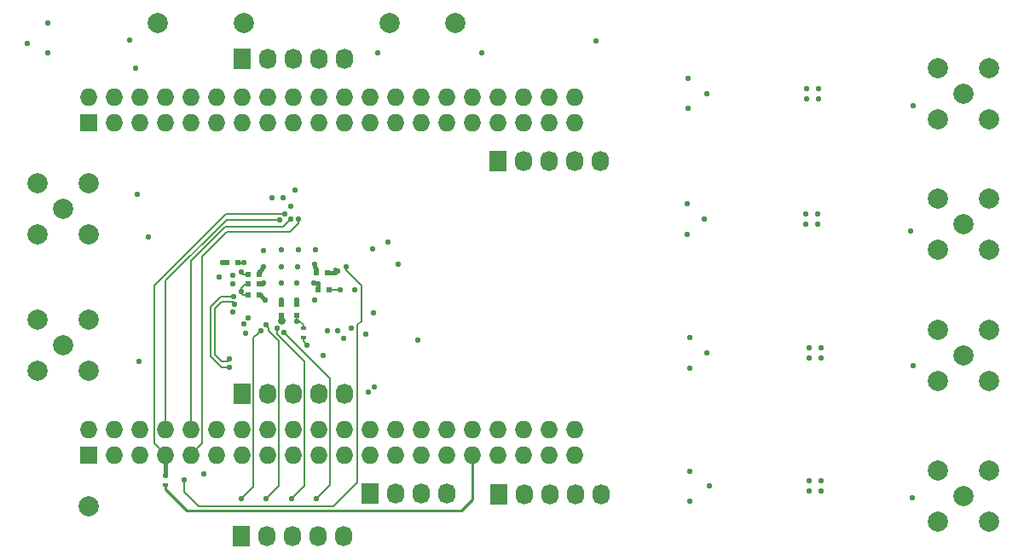
<source format=gbr>
%TF.GenerationSoftware,KiCad,Pcbnew,(5.1.0-1157-gc8cd95a71)*%
%TF.CreationDate,2019-06-29T21:36:28-07:00*%
%TF.ProjectId,adc344x,61646333-3434-4782-9e6b-696361645f70,rev?*%
%TF.SameCoordinates,Original*%
%TF.FileFunction,Copper,L4,Bot*%
%TF.FilePolarity,Positive*%
%FSLAX46Y46*%
G04 Gerber Fmt 4.6, Leading zero omitted, Abs format (unit mm)*
G04 Created by KiCad (PCBNEW (5.1.0-1157-gc8cd95a71)) date 2019-06-29 21:36:28*
%MOMM*%
%LPD*%
G04 APERTURE LIST*
%ADD10C,2.000000*%
%ADD11O,1.727200X2.032000*%
%ADD12R,1.727200X2.032000*%
%ADD13R,0.600000X0.500000*%
%ADD14R,0.500000X0.600000*%
%ADD15R,0.600000X0.400000*%
%ADD16R,1.727200X1.727200*%
%ADD17O,1.727200X1.727200*%
%ADD18C,0.560000*%
%ADD19C,0.200000*%
%ADD20C,0.800000*%
%ADD21C,0.400000*%
%ADD22C,0.250000*%
G04 APERTURE END LIST*
D10*
X205000000Y-93000000D03*
X207540000Y-90460000D03*
X207540000Y-95540000D03*
X202460000Y-95540000D03*
X202460000Y-90460000D03*
X205000000Y-53000000D03*
X207540000Y-50460000D03*
X207540000Y-55540000D03*
X202460000Y-55540000D03*
X202460000Y-50460000D03*
X115570000Y-64500000D03*
X113030000Y-67040000D03*
X113030000Y-61960000D03*
X118110000Y-61960000D03*
X118110000Y-67040000D03*
X115570000Y-78000000D03*
X113030000Y-80540000D03*
X113030000Y-75460000D03*
X118110000Y-75460000D03*
X118110000Y-80540000D03*
X205000000Y-79000000D03*
X207540000Y-76460000D03*
X207540000Y-81540000D03*
X202460000Y-81540000D03*
X202460000Y-76460000D03*
X205000000Y-66000000D03*
X207540000Y-63460000D03*
X207540000Y-68540000D03*
X202460000Y-68540000D03*
X202460000Y-63460000D03*
D11*
X143410000Y-97000000D03*
X140870000Y-97000000D03*
X138330000Y-97000000D03*
X135790000Y-97000000D03*
D12*
X133250000Y-97000000D03*
D11*
X143540000Y-49600000D03*
X141000000Y-49600000D03*
X138460000Y-49600000D03*
X135920000Y-49600000D03*
D12*
X133380000Y-49600000D03*
D11*
X143510000Y-82804000D03*
X140970000Y-82804000D03*
X138430000Y-82804000D03*
X135890000Y-82804000D03*
D12*
X133350000Y-82804000D03*
D11*
X168960000Y-92800000D03*
X166420000Y-92800000D03*
X163880000Y-92800000D03*
X161340000Y-92800000D03*
D12*
X158800000Y-92800000D03*
D11*
X168910000Y-59750000D03*
X166370000Y-59750000D03*
X163830000Y-59750000D03*
X161290000Y-59750000D03*
D12*
X158750000Y-59750000D03*
D13*
X133950000Y-71000000D03*
X135050000Y-71000000D03*
X141950000Y-72500000D03*
X140850000Y-72500000D03*
D14*
X137200000Y-73950000D03*
X137200000Y-75050000D03*
D13*
X141850000Y-70800000D03*
X140750000Y-70800000D03*
X135050000Y-73000000D03*
X133950000Y-73000000D03*
D14*
X138800000Y-75050000D03*
X138800000Y-73950000D03*
D13*
X133950000Y-71900000D03*
X135050000Y-71900000D03*
X132950000Y-69800000D03*
X131850000Y-69800000D03*
D10*
X154500000Y-46000000D03*
X125000000Y-46000000D03*
X118110000Y-93980000D03*
X148000000Y-46000000D03*
X133500000Y-46000000D03*
D11*
X153670000Y-92710000D03*
X151130000Y-92710000D03*
X148590000Y-92710000D03*
D12*
X146050000Y-92710000D03*
D15*
X139400000Y-77250000D03*
X139400000Y-76350000D03*
X125700000Y-90950000D03*
X125700000Y-91850000D03*
D16*
X118110000Y-88900000D03*
D17*
X118110000Y-86360000D03*
X120650000Y-88900000D03*
X120650000Y-86360000D03*
X123190000Y-88900000D03*
X123190000Y-86360000D03*
X125730000Y-88900000D03*
X125730000Y-86360000D03*
X128270000Y-88900000D03*
X128270000Y-86360000D03*
X130810000Y-88900000D03*
X130810000Y-86360000D03*
X133350000Y-88900000D03*
X133350000Y-86360000D03*
X135890000Y-88900000D03*
X135890000Y-86360000D03*
X138430000Y-88900000D03*
X138430000Y-86360000D03*
X140970000Y-88900000D03*
X140970000Y-86360000D03*
X143510000Y-88900000D03*
X143510000Y-86360000D03*
X146050000Y-88900000D03*
X146050000Y-86360000D03*
X148590000Y-88900000D03*
X148590000Y-86360000D03*
X151130000Y-88900000D03*
X151130000Y-86360000D03*
X153670000Y-88900000D03*
X153670000Y-86360000D03*
X156210000Y-88900000D03*
X156210000Y-86360000D03*
X158750000Y-88900000D03*
X158750000Y-86360000D03*
X161290000Y-88900000D03*
X161290000Y-86360000D03*
X163830000Y-88900000D03*
X163830000Y-86360000D03*
X166370000Y-88900000D03*
X166370000Y-86360000D03*
X166370000Y-53340000D03*
X166370000Y-55880000D03*
X163830000Y-53340000D03*
X163830000Y-55880000D03*
X161290000Y-53340000D03*
X161290000Y-55880000D03*
X158750000Y-53340000D03*
X158750000Y-55880000D03*
X156210000Y-53340000D03*
X156210000Y-55880000D03*
X153670000Y-53340000D03*
X153670000Y-55880000D03*
X151130000Y-53340000D03*
X151130000Y-55880000D03*
X148590000Y-53340000D03*
X148590000Y-55880000D03*
X146050000Y-53340000D03*
X146050000Y-55880000D03*
X143510000Y-53340000D03*
X143510000Y-55880000D03*
X140970000Y-53340000D03*
X140970000Y-55880000D03*
X138430000Y-53340000D03*
X138430000Y-55880000D03*
X135890000Y-53340000D03*
X135890000Y-55880000D03*
X133350000Y-53340000D03*
X133350000Y-55880000D03*
X130810000Y-53340000D03*
X130810000Y-55880000D03*
X128270000Y-53340000D03*
X128270000Y-55880000D03*
X125730000Y-53340000D03*
X125730000Y-55880000D03*
X123190000Y-53340000D03*
X123190000Y-55880000D03*
X120650000Y-53340000D03*
X120650000Y-55880000D03*
X118110000Y-53340000D03*
D16*
X118110000Y-55880000D03*
D18*
X127600000Y-91400000D03*
X146486379Y-82113621D03*
X145913621Y-82686379D03*
X132400000Y-71905000D03*
X132400000Y-71095000D03*
X139800000Y-78000000D03*
X141400000Y-79000000D03*
X129500000Y-90750000D03*
X150750000Y-77500000D03*
X179500000Y-53000000D03*
X179250000Y-65500000D03*
X179500000Y-78750000D03*
X179750000Y-92000000D03*
X132506688Y-73141286D03*
X136837211Y-76278294D03*
X168500000Y-47750000D03*
X143109998Y-72500000D03*
X144500000Y-72500000D03*
X122800000Y-50500000D03*
X122200000Y-47700000D03*
X146800000Y-49000000D03*
X157100000Y-49000000D03*
X199900000Y-93200000D03*
X200000000Y-80000000D03*
X199700000Y-66700000D03*
X132100000Y-79395000D03*
X132100000Y-80205000D03*
X131065010Y-71236795D03*
X143700000Y-70200000D03*
X142792998Y-70667089D03*
X146300000Y-68400000D03*
X147800000Y-67800000D03*
X148800000Y-70000000D03*
X145600000Y-76900000D03*
X144200000Y-76300000D03*
X146400000Y-74800000D03*
X142800000Y-76600000D03*
X141800000Y-76600000D03*
X143400000Y-77300000D03*
X122900000Y-63000000D03*
X123100000Y-79600000D03*
X190600000Y-53500000D03*
X190600000Y-52500000D03*
X189400000Y-53500000D03*
X189400000Y-52500000D03*
X177600000Y-54500000D03*
X177600000Y-51500000D03*
X200000000Y-54250000D03*
X177815000Y-90500000D03*
X177815000Y-93500000D03*
X189615000Y-91500000D03*
X189615000Y-92500000D03*
X190815000Y-91500000D03*
X190815000Y-92500000D03*
X177815000Y-77250000D03*
X177815000Y-80250000D03*
X189615000Y-78250000D03*
X189615000Y-79250000D03*
X190815000Y-78250000D03*
X190815000Y-79250000D03*
X177530000Y-63980000D03*
X177530000Y-66980000D03*
X189330000Y-64980000D03*
X189330000Y-65980000D03*
X190530000Y-64980000D03*
X190530000Y-65980000D03*
X114000000Y-46000000D03*
X114000000Y-49000000D03*
X112000000Y-48000000D03*
X140750000Y-93250000D03*
X133250000Y-93250000D03*
X135750000Y-93250000D03*
X138250000Y-93250000D03*
X135222096Y-76529506D03*
X135709990Y-76000000D03*
X137500000Y-76750000D03*
X124000000Y-67250000D03*
X135500000Y-68600000D03*
X137200000Y-68500000D03*
X138900000Y-68500000D03*
X140600000Y-68500000D03*
X140500000Y-70000000D03*
X138825000Y-70175000D03*
X137200000Y-70200000D03*
X135500000Y-70200000D03*
X135500000Y-71800000D03*
X137200000Y-71800000D03*
X138800000Y-71800000D03*
X140475000Y-71825000D03*
X140500000Y-73500000D03*
X138800000Y-73500000D03*
X137200000Y-73500000D03*
X135600000Y-73500000D03*
X131400000Y-69800000D03*
X132600000Y-73905000D03*
X137549739Y-64944316D03*
X136300000Y-63400000D03*
X137400000Y-63400000D03*
X138600000Y-62600000D03*
X138180208Y-65481930D03*
X137100196Y-65536379D03*
X138900196Y-65487785D03*
X138140002Y-64200000D03*
X133700000Y-76800000D03*
X133500000Y-75900000D03*
X132400000Y-74700000D03*
X133900000Y-75300000D03*
X133300000Y-72700000D03*
X133300000Y-70700000D03*
X133499446Y-69798613D03*
X137209990Y-75525530D03*
X138774399Y-75605764D03*
D19*
X127600000Y-92600000D02*
X127600000Y-91400000D01*
X129000000Y-94000000D02*
X127600000Y-92600000D01*
X129400000Y-94000000D02*
X129000000Y-94000000D01*
X131200000Y-94000000D02*
X129400000Y-94000000D01*
X142400000Y-94000000D02*
X131200000Y-94000000D01*
X144800000Y-91600000D02*
X142400000Y-94000000D01*
X144800000Y-76000000D02*
X144800000Y-91600000D01*
X145200000Y-75600000D02*
X144800000Y-76000000D01*
X145200000Y-72095979D02*
X145200000Y-75600000D01*
X143700000Y-70200000D02*
X143700000Y-70595979D01*
X143700000Y-70595979D02*
X145200000Y-72095979D01*
X139050000Y-75600000D02*
X138800000Y-75600000D01*
X139400000Y-76350000D02*
X139400000Y-75950000D01*
X139400000Y-75950000D02*
X139050000Y-75600000D01*
X139400000Y-77600000D02*
X139400000Y-77250000D01*
X136837211Y-76674273D02*
X136837211Y-76278294D01*
X136837211Y-76886413D02*
X136837211Y-76674273D01*
X139553610Y-79602812D02*
X136837211Y-76886413D01*
X139553610Y-91946390D02*
X139553610Y-79602812D01*
X137500000Y-76750000D02*
X137779999Y-77029999D01*
X137779999Y-77029999D02*
X142093601Y-81343601D01*
X142093601Y-91906399D02*
X140750000Y-93250000D01*
X142093601Y-81343601D02*
X142093601Y-91906399D01*
X138250000Y-93250000D02*
X139553610Y-91946390D01*
X139800000Y-78000000D02*
X139400000Y-77600000D01*
X132100000Y-80205000D02*
X131286800Y-80205000D01*
X130175000Y-74206800D02*
X131240514Y-73141286D01*
X131286800Y-80205000D02*
X130175000Y-79093200D01*
X132110709Y-73141286D02*
X132506688Y-73141286D01*
X131240514Y-73141286D02*
X132110709Y-73141286D01*
X130175000Y-79093200D02*
X130175000Y-74206800D01*
D20*
X137209990Y-75525530D02*
X137224470Y-75525530D01*
D19*
X143109998Y-72500000D02*
X141950000Y-72500000D01*
X131293200Y-79575000D02*
X131920000Y-79575000D01*
X131920000Y-79575000D02*
X132100000Y-79395000D01*
X130625000Y-78906800D02*
X131293200Y-79575000D01*
X130625000Y-74393200D02*
X130625000Y-78906800D01*
X131293200Y-73725000D02*
X130625000Y-74393200D01*
X132420000Y-73725000D02*
X131293200Y-73725000D01*
X132600000Y-73905000D02*
X132420000Y-73725000D01*
X141850000Y-70800000D02*
X142660087Y-70800000D01*
X142660087Y-70800000D02*
X142792998Y-70667089D01*
D21*
X142600000Y-70750000D02*
X142600000Y-70500000D01*
X141850000Y-70800000D02*
X142550000Y-70800000D01*
X142550000Y-70800000D02*
X142600000Y-70750000D01*
X140800000Y-71800000D02*
X140500000Y-71800000D01*
X140850000Y-72500000D02*
X140850000Y-71850000D01*
X140850000Y-71850000D02*
X140800000Y-71800000D01*
X140500000Y-70200000D02*
X140750000Y-70450000D01*
X140750000Y-70450000D02*
X140750000Y-70800000D01*
X140500000Y-70000000D02*
X140500000Y-70200000D01*
X135100000Y-70600000D02*
X135100000Y-70700000D01*
X135500000Y-70200000D02*
X135100000Y-70600000D01*
X135050000Y-71000000D02*
X135050000Y-70650000D01*
X135400000Y-71900000D02*
X135500000Y-71800000D01*
X135050000Y-71900000D02*
X135400000Y-71900000D01*
X135200000Y-73100000D02*
X135600000Y-73500000D01*
X135200000Y-73000000D02*
X135200000Y-73100000D01*
X135050000Y-73000000D02*
X135200000Y-73000000D01*
D22*
X137200000Y-73950000D02*
X137200000Y-73500000D01*
X156210000Y-93290000D02*
X155100000Y-94400000D01*
X156210000Y-91790000D02*
X156210000Y-88900000D01*
X156210000Y-91790000D02*
X156210000Y-93290000D01*
X156210000Y-92910000D02*
X156210000Y-91790000D01*
X125700000Y-91850000D02*
X125700000Y-92300000D01*
X127800000Y-94400000D02*
X155100000Y-94400000D01*
X125700000Y-92300000D02*
X127800000Y-94400000D01*
D21*
X125730000Y-88900000D02*
X125730000Y-90920000D01*
X125730000Y-90920000D02*
X125700000Y-90950000D01*
D19*
X137013601Y-84206531D02*
X137013601Y-91986399D01*
X137000000Y-84192930D02*
X137013601Y-84206531D01*
X137013601Y-91986399D02*
X135750000Y-93250000D01*
X137013610Y-83736390D02*
X137000000Y-83750000D01*
X137013610Y-83736390D02*
X137013610Y-84236390D01*
X134473601Y-92026399D02*
X134473601Y-77278001D01*
X134473601Y-77278001D02*
X134942097Y-76809505D01*
X134942097Y-76809505D02*
X135222096Y-76529506D01*
X133250000Y-93250000D02*
X134473601Y-92026399D01*
X135989989Y-76548323D02*
X135989989Y-76279999D01*
X137013610Y-77571944D02*
X135989989Y-76548323D01*
X137013610Y-83736390D02*
X137013610Y-77571944D01*
X135989989Y-76279999D02*
X135709990Y-76000000D01*
D22*
X131850000Y-69800000D02*
X131400000Y-69800000D01*
D19*
X131737484Y-64944316D02*
X137153760Y-64944316D01*
X124606399Y-87776399D02*
X124606399Y-72075401D01*
X137153760Y-64944316D02*
X137549739Y-64944316D01*
X124606399Y-72075401D02*
X131737484Y-64944316D01*
X125730000Y-88900000D02*
X124606399Y-87776399D01*
X136300000Y-63400000D02*
X136300000Y-63500000D01*
X137900209Y-65761929D02*
X138180208Y-65481930D01*
X138900196Y-65883764D02*
X138900196Y-65487785D01*
X131656800Y-66275000D02*
X137387138Y-66275000D01*
X138058960Y-66725000D02*
X138900196Y-65883764D01*
X125730000Y-71588200D02*
X131781821Y-65536379D01*
X131781821Y-65536379D02*
X136704217Y-65536379D01*
X125730000Y-86360000D02*
X125730000Y-71588200D01*
X131843200Y-66725000D02*
X138058960Y-66725000D01*
X137387138Y-66275000D02*
X137900209Y-65761929D01*
X129393601Y-69174599D02*
X131843200Y-66725000D01*
X136704217Y-65536379D02*
X137100196Y-65536379D01*
X128270000Y-69661800D02*
X131656800Y-66275000D01*
X128270000Y-86360000D02*
X128270000Y-69661800D01*
X129393601Y-87776399D02*
X129393601Y-69174599D01*
X128270000Y-88900000D02*
X129393601Y-87776399D01*
X138140002Y-64200000D02*
X138100000Y-64200000D01*
X133450000Y-73000000D02*
X133950000Y-73000000D01*
X133300000Y-72850000D02*
X133450000Y-73000000D01*
X133300000Y-72700000D02*
X133300000Y-72850000D01*
X133700000Y-71900000D02*
X133950000Y-71900000D01*
X133300000Y-72300000D02*
X133700000Y-71900000D01*
X133450000Y-71000000D02*
X133950000Y-71000000D01*
X133300000Y-70850000D02*
X133450000Y-71000000D01*
X133300000Y-70700000D02*
X133300000Y-70850000D01*
D22*
X132951387Y-69798613D02*
X133103467Y-69798613D01*
X133103467Y-69798613D02*
X133499446Y-69798613D01*
X132950000Y-69800000D02*
X132951387Y-69798613D01*
D19*
X133300000Y-72300000D02*
X133300000Y-72500000D01*
X133300000Y-72500000D02*
X133300000Y-72600000D01*
X137200000Y-75050000D02*
X137200000Y-75500000D01*
X137200000Y-73950000D02*
X137200000Y-73600000D01*
X138800000Y-75050000D02*
X138800000Y-75500000D01*
X138800000Y-75500000D02*
X138900000Y-75500000D01*
X138800000Y-73950000D02*
X138800000Y-73500000D01*
M02*

</source>
